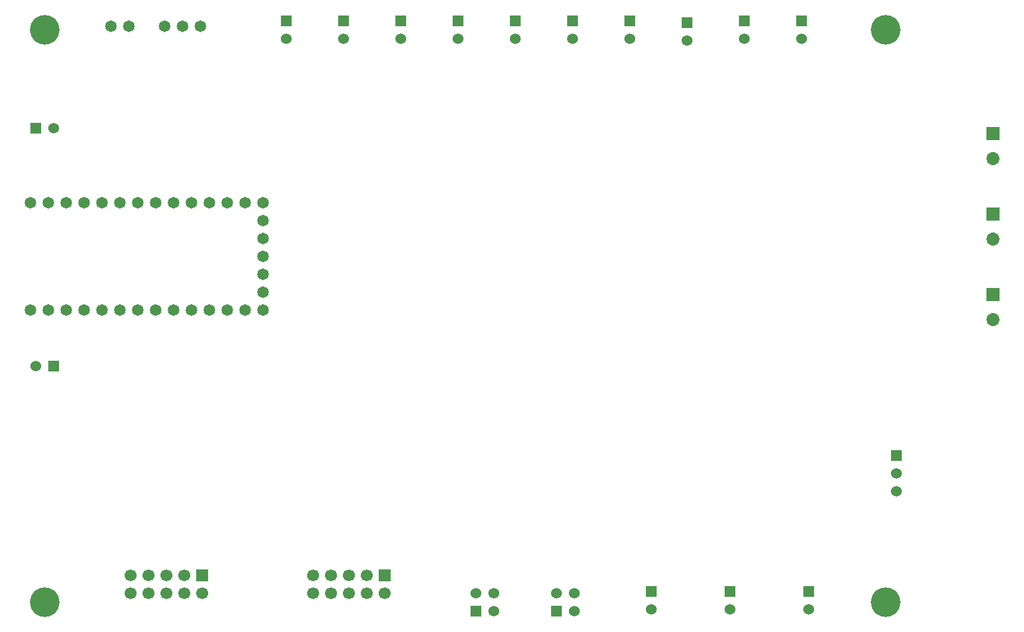
<source format=gbs>
%TF.GenerationSoftware,KiCad,Pcbnew,5.1.7-a382d34a8~87~ubuntu18.04.1*%
%TF.CreationDate,2023-12-20T15:51:10-08:00*%
%TF.ProjectId,potentiostat,706f7465-6e74-4696-9f73-7461742e6b69,rev?*%
%TF.SameCoordinates,Original*%
%TF.FileFunction,Soldermask,Bot*%
%TF.FilePolarity,Negative*%
%FSLAX46Y46*%
G04 Gerber Fmt 4.6, Leading zero omitted, Abs format (unit mm)*
G04 Created by KiCad (PCBNEW 5.1.7-a382d34a8~87~ubuntu18.04.1) date 2023-12-20 15:51:10*
%MOMM*%
%LPD*%
G01*
G04 APERTURE LIST*
%ADD10C,1.651000*%
%ADD11R,1.524000X1.524000*%
%ADD12C,1.524000*%
%ADD13C,1.700000*%
%ADD14R,1.700000X1.700000*%
%ADD15C,4.200000*%
%ADD16R,1.854200X1.854200*%
%ADD17C,1.854200*%
G04 APERTURE END LIST*
D10*
%TO.C,U2*%
X52540000Y-79180000D03*
X55080000Y-79180000D03*
X57620000Y-79180000D03*
X60160000Y-79180000D03*
X62700000Y-79180000D03*
X65240000Y-79180000D03*
X67780000Y-79180000D03*
X70320000Y-79180000D03*
X72860000Y-79180000D03*
X75400000Y-79180000D03*
X77940000Y-79180000D03*
X80480000Y-79180000D03*
X83020000Y-79180000D03*
X85560000Y-79180000D03*
X85560000Y-81720000D03*
X85560000Y-84260000D03*
X85560000Y-86800000D03*
X85560000Y-89340000D03*
X85560000Y-91880000D03*
X85560000Y-94420000D03*
X83020000Y-94420000D03*
X80480000Y-94420000D03*
X77940000Y-94420000D03*
X75400000Y-94420000D03*
X72860000Y-94420000D03*
X70320000Y-94420000D03*
X67780000Y-94420000D03*
X65240000Y-94420000D03*
X62700000Y-94420000D03*
X60160000Y-94420000D03*
X57620000Y-94420000D03*
X55080000Y-94420000D03*
X52540000Y-94420000D03*
%TD*%
D11*
%TO.C,P5*%
X53340000Y-68580000D03*
D12*
X55880000Y-68580000D03*
%TD*%
D11*
%TO.C,K1*%
X175514000Y-115062000D03*
D12*
X175514000Y-117602000D03*
X175514000Y-120142000D03*
%TD*%
D13*
%TO.C,P14*%
X66802000Y-134620000D03*
X66802000Y-132080000D03*
X69342000Y-134620000D03*
X69342000Y-132080000D03*
X71882000Y-134620000D03*
X71882000Y-132080000D03*
X74422000Y-134620000D03*
X74422000Y-132080000D03*
X76962000Y-134620000D03*
D14*
X76962000Y-132080000D03*
%TD*%
D13*
%TO.C,P13*%
X92710000Y-134620000D03*
X92710000Y-132080000D03*
X95250000Y-134620000D03*
X95250000Y-132080000D03*
X97790000Y-134620000D03*
X97790000Y-132080000D03*
X100330000Y-134620000D03*
X100330000Y-132080000D03*
X102870000Y-134620000D03*
D14*
X102870000Y-132080000D03*
%TD*%
D11*
%TO.C,P7*%
X129540000Y-53340000D03*
D12*
X129540000Y-55880000D03*
%TD*%
D11*
%TO.C,P9*%
X137668000Y-53340000D03*
D12*
X137668000Y-55880000D03*
%TD*%
D11*
%TO.C,P20*%
X163068000Y-134366000D03*
D12*
X163068000Y-136906000D03*
%TD*%
%TO.C,P21*%
X145796000Y-56134000D03*
D11*
X145796000Y-53594000D03*
%TD*%
%TO.C,P19*%
X153924000Y-53340000D03*
D12*
X153924000Y-55880000D03*
%TD*%
D11*
%TO.C,P6*%
X121412000Y-53340000D03*
D12*
X121412000Y-55880000D03*
%TD*%
D11*
%TO.C,P10*%
X105156000Y-53340000D03*
D12*
X105156000Y-55880000D03*
%TD*%
D11*
%TO.C,P12*%
X97028000Y-53340000D03*
D12*
X97028000Y-55880000D03*
%TD*%
D11*
%TO.C,P11*%
X88900000Y-53340000D03*
D12*
X88900000Y-55880000D03*
%TD*%
D11*
%TO.C,P4*%
X55880000Y-102362000D03*
D12*
X53340000Y-102362000D03*
%TD*%
D11*
%TO.C,P18*%
X140716000Y-134366000D03*
D12*
X140716000Y-136906000D03*
%TD*%
D11*
%TO.C,P17*%
X151892000Y-134366000D03*
D12*
X151892000Y-136906000D03*
%TD*%
D11*
%TO.C,P8*%
X113284000Y-53340000D03*
D12*
X113284000Y-55880000D03*
%TD*%
D11*
%TO.C,P16*%
X127254000Y-137160000D03*
D12*
X127254000Y-134620000D03*
X129794000Y-137160000D03*
X129794000Y-134620000D03*
%TD*%
D11*
%TO.C,P15*%
X115824000Y-137160000D03*
D12*
X115824000Y-134620000D03*
X118364000Y-137160000D03*
X118364000Y-134620000D03*
%TD*%
D15*
%TO.C,H3*%
X173990000Y-135890000D03*
%TD*%
%TO.C,H4*%
X54610000Y-135890000D03*
%TD*%
%TO.C,H1*%
X54610000Y-54610000D03*
%TD*%
%TO.C,H2*%
X173990000Y-54610000D03*
%TD*%
D11*
%TO.C,P22*%
X162052000Y-53340000D03*
D12*
X162052000Y-55880000D03*
%TD*%
D10*
%TO.C,U6*%
X64008000Y-54102000D03*
X66548000Y-54102000D03*
X71628000Y-54102000D03*
X74168000Y-54102000D03*
X76708000Y-54102000D03*
%TD*%
D16*
%TO.C,P1*%
X189230000Y-69369940D03*
D17*
X189230000Y-72870060D03*
%TD*%
%TO.C,P2*%
X189230000Y-84300060D03*
D16*
X189230000Y-80799940D03*
%TD*%
%TO.C,P3*%
X189230000Y-92229940D03*
D17*
X189230000Y-95730060D03*
%TD*%
M02*

</source>
